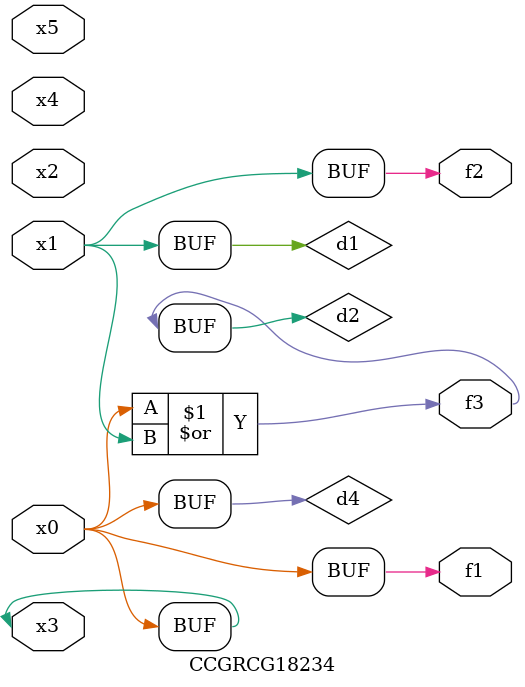
<source format=v>
module CCGRCG18234(
	input x0, x1, x2, x3, x4, x5,
	output f1, f2, f3
);

	wire d1, d2, d3, d4;

	and (d1, x1);
	or (d2, x0, x1);
	nand (d3, x0, x5);
	buf (d4, x0, x3);
	assign f1 = d4;
	assign f2 = d1;
	assign f3 = d2;
endmodule

</source>
